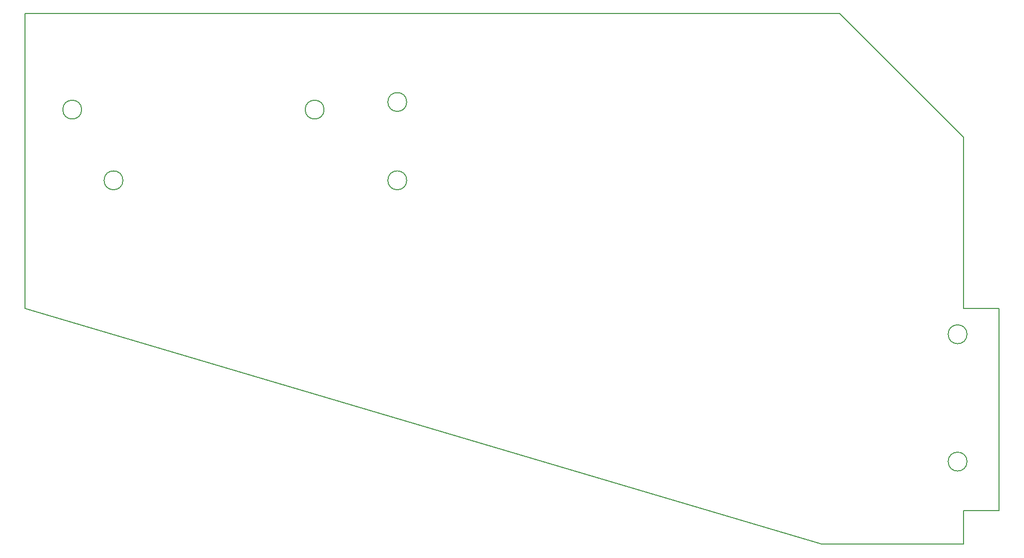
<source format=gbr>
%TF.GenerationSoftware,KiCad,Pcbnew,7.0.0*%
%TF.CreationDate,2023-03-08T15:38:50-05:00*%
%TF.ProjectId,right-side,72696768-742d-4736-9964-652e6b696361,rev?*%
%TF.SameCoordinates,Original*%
%TF.FileFunction,Profile,NP*%
%FSLAX46Y46*%
G04 Gerber Fmt 4.6, Leading zero omitted, Abs format (unit mm)*
G04 Created by KiCad (PCBNEW 7.0.0) date 2023-03-08 15:38:50*
%MOMM*%
%LPD*%
G01*
G04 APERTURE LIST*
%TA.AperFunction,Profile*%
%ADD10C,0.200000*%
%TD*%
G04 APERTURE END LIST*
D10*
X233008628Y-105842127D02*
X233008628Y-76785273D01*
X138684000Y-70785273D02*
G75*
G03*
X138684000Y-70785273I-1600000J0D01*
G01*
X90608628Y-84074000D02*
G75*
G03*
X90608628Y-84074000I-1600000J0D01*
G01*
X233008628Y-145785273D02*
X233008628Y-140128419D01*
X233008628Y-140128419D02*
X239008628Y-140128419D01*
X239008628Y-105842127D02*
X233008628Y-105842127D01*
X212008628Y-55785273D02*
X74008628Y-55785273D01*
X74008628Y-55785273D02*
X74008628Y-105785273D01*
X233608628Y-131785273D02*
G75*
G03*
X233608628Y-131785273I-1600000J0D01*
G01*
X138684000Y-84074000D02*
G75*
G03*
X138684000Y-84074000I-1600000J0D01*
G01*
X74008628Y-105785273D02*
X209008628Y-145785273D01*
X209008628Y-145785273D02*
X233008628Y-145785273D01*
X239008628Y-140128419D02*
X239008628Y-105842127D01*
X233608628Y-110185273D02*
G75*
G03*
X233608628Y-110185273I-1600000J0D01*
G01*
X124684000Y-72074000D02*
G75*
G03*
X124684000Y-72074000I-1600000J0D01*
G01*
X83608628Y-72074000D02*
G75*
G03*
X83608628Y-72074000I-1600000J0D01*
G01*
X233008628Y-76785273D02*
X212008628Y-55785273D01*
M02*

</source>
